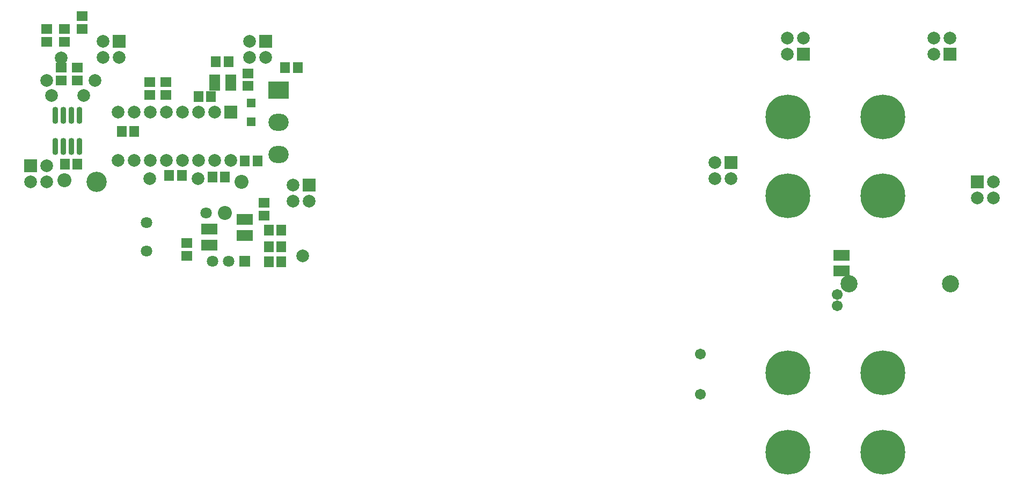
<source format=gbs>
%FSLAX25Y25*%
%MOIN*%
G70*
G01*
G75*
G04 Layer_Color=16711935*
%ADD10C,0.03000*%
%ADD11C,0.05000*%
%ADD12R,0.09055X0.05906*%
%ADD13R,0.05906X0.05512*%
%ADD14R,0.05512X0.05906*%
%ADD15R,0.18000X0.19000*%
%ADD16R,0.18000X0.18000*%
%ADD17C,0.09843*%
%ADD18C,0.05906*%
%ADD19C,0.07087*%
%ADD20R,0.07087X0.07087*%
%ADD21C,0.07874*%
%ADD22C,0.06299*%
%ADD23R,0.06299X0.06299*%
%ADD24C,0.06299*%
%ADD25C,0.27000*%
%ADD26O,0.11811X0.09843*%
%ADD27R,0.11811X0.09843*%
%ADD28R,0.07087X0.07087*%
%ADD29C,0.11811*%
%ADD30R,0.05906X0.09055*%
%ADD31O,0.02756X0.09843*%
%ADD32R,0.04803X0.04921*%
%ADD33C,0.06000*%
%ADD34R,0.23000X0.29000*%
%ADD35R,0.50800X0.48500*%
%ADD36R,0.25000X0.07000*%
%ADD37R,0.71440X1.29200*%
%ADD38R,0.94240X1.26700*%
%ADD39R,0.80583X2.30800*%
%ADD40R,0.73443X0.74200*%
%ADD41R,0.26000X0.12800*%
%ADD42R,0.18000X2.24000*%
%ADD43C,0.00787*%
%ADD44C,0.02362*%
%ADD45C,0.00984*%
%ADD46C,0.01000*%
%ADD47C,0.00800*%
%ADD48C,0.00591*%
%ADD49R,1.90000X1.86000*%
%ADD50R,0.15800X0.01900*%
%ADD51R,0.09855X0.06706*%
%ADD52R,0.06706X0.06312*%
%ADD53R,0.06312X0.06706*%
%ADD54C,0.10642*%
%ADD55C,0.06706*%
%ADD56C,0.07887*%
%ADD57R,0.07887X0.07887*%
%ADD58C,0.08674*%
%ADD59C,0.07099*%
%ADD60R,0.07099X0.07099*%
%ADD61C,0.07099*%
%ADD62C,0.27800*%
%ADD63O,0.12611X0.10642*%
%ADD64R,0.12611X0.10642*%
%ADD65R,0.07887X0.07887*%
%ADD66C,0.12611*%
%ADD67R,0.06706X0.09855*%
%ADD68O,0.03556X0.10642*%
%ADD69R,0.05603X0.05721*%
D51*
X2719800Y813832D02*
D03*
Y823700D02*
D03*
X2741800Y829568D02*
D03*
Y819700D02*
D03*
X3112500Y797632D02*
D03*
Y807500D02*
D03*
D52*
X2641000Y948000D02*
D03*
Y955874D02*
D03*
X2706000Y807000D02*
D03*
Y814874D02*
D03*
X2743800Y920474D02*
D03*
Y912600D02*
D03*
X2754000Y832000D02*
D03*
Y839874D02*
D03*
X2693000Y914874D02*
D03*
Y907000D02*
D03*
X2683000Y914874D02*
D03*
Y907000D02*
D03*
X2638000Y916000D02*
D03*
Y923874D02*
D03*
X2628000Y916000D02*
D03*
Y923874D02*
D03*
X2630000Y948000D02*
D03*
Y940126D02*
D03*
X2619000Y948000D02*
D03*
Y940126D02*
D03*
D53*
X2630126Y864000D02*
D03*
X2638000D02*
D03*
X2729674Y855897D02*
D03*
X2721800D02*
D03*
X2756863Y803200D02*
D03*
X2764737D02*
D03*
X2665426Y884200D02*
D03*
X2673300D02*
D03*
X2756863Y812700D02*
D03*
X2764737D02*
D03*
X2774874Y924000D02*
D03*
X2767000D02*
D03*
X2731800Y927600D02*
D03*
X2723926D02*
D03*
X2713126Y906000D02*
D03*
X2721000D02*
D03*
X2756863Y823000D02*
D03*
X2764737D02*
D03*
X2695063Y857000D02*
D03*
X2702937D02*
D03*
X2749937Y866000D02*
D03*
X2742063D02*
D03*
D54*
X3180392Y789700D02*
D03*
X3117400Y789700D02*
D03*
D55*
X3025000Y746000D02*
D03*
X3110000Y783000D02*
D03*
X3025000Y721000D02*
D03*
X3110000Y776000D02*
D03*
D56*
X2778000Y807000D02*
D03*
X2772000Y841000D02*
D03*
X2782000D02*
D03*
X2772000Y851000D02*
D03*
X3207000Y843000D02*
D03*
X3197000D02*
D03*
X3207000Y853000D02*
D03*
X2621900Y906700D02*
D03*
X2641900D02*
D03*
X2663300Y866200D02*
D03*
X2673300D02*
D03*
X2683300D02*
D03*
X2693300D02*
D03*
X2703300D02*
D03*
X2713300D02*
D03*
X2723300D02*
D03*
X2733300D02*
D03*
X2663300Y896200D02*
D03*
X2673300D02*
D03*
X2683300D02*
D03*
X2693300D02*
D03*
X2703300D02*
D03*
X2713300D02*
D03*
X2723300D02*
D03*
X3079000Y942332D02*
D03*
X3089000D02*
D03*
X3079000Y932332D02*
D03*
X3034000Y855000D02*
D03*
Y865000D02*
D03*
X3044000Y855000D02*
D03*
X3170000Y942332D02*
D03*
X3180000D02*
D03*
X3170000Y932332D02*
D03*
X2619000Y853000D02*
D03*
Y863000D02*
D03*
X2609000Y853000D02*
D03*
X2654000Y930332D02*
D03*
X2664000D02*
D03*
X2654000Y940332D02*
D03*
X2745000Y930332D02*
D03*
X2755000D02*
D03*
X2745000Y940332D02*
D03*
X2713000Y855000D02*
D03*
X2683000D02*
D03*
X2649000Y916000D02*
D03*
X2619000D02*
D03*
X2628000Y930000D02*
D03*
D57*
X2782000Y851000D02*
D03*
X3197000Y853000D02*
D03*
X2733300Y896200D02*
D03*
X3089000Y932332D02*
D03*
X3180000D02*
D03*
X2664000Y940332D02*
D03*
X2755000D02*
D03*
D58*
X2729611Y833700D02*
D03*
X2630000Y854000D02*
D03*
X2740000Y853000D02*
D03*
D59*
X2717800Y833700D02*
D03*
X2681000Y810000D02*
D03*
Y827717D02*
D03*
D60*
X2741800Y803700D02*
D03*
D61*
X2731800D02*
D03*
X2721800D02*
D03*
D62*
X3079130Y734300D02*
D03*
X3138151D02*
D03*
Y685100D02*
D03*
X3079130D02*
D03*
X3138173Y844200D02*
D03*
X3079151D02*
D03*
Y893400D02*
D03*
X3138173D02*
D03*
D63*
X2763000Y890000D02*
D03*
Y870000D02*
D03*
D64*
Y910000D02*
D03*
D65*
X3044000Y865000D02*
D03*
X2609000Y863000D02*
D03*
D66*
X2650000Y853000D02*
D03*
D67*
X2723300Y914600D02*
D03*
X2733168D02*
D03*
D68*
X2639400Y875054D02*
D03*
X2634400D02*
D03*
X2629400D02*
D03*
X2624400D02*
D03*
X2639400Y894346D02*
D03*
X2634400D02*
D03*
X2629400D02*
D03*
X2624400D02*
D03*
D69*
X2746000Y890386D02*
D03*
Y902000D02*
D03*
M02*

</source>
